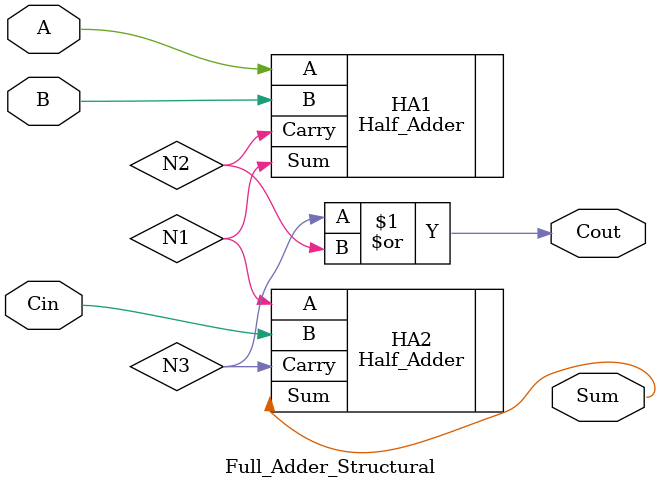
<source format=v>
`timescale 1ns / 1ps


module Full_Adder_Structural(
    input A,
    input B,
    input Cin,
    output Sum,
    output Cout
    );
    
    wire N1,N2,N3;
    
    Half_Adder HA1(
        .A(A),
        .B(B),
        .Sum(N1),
        .Carry(N2)
        );
    Half_Adder HA2(
        .A(N1),
        .B(Cin),
        .Sum(Sum),
        .Carry(N3)
        );
    assign Cout = N3|N2;
            
endmodule

</source>
